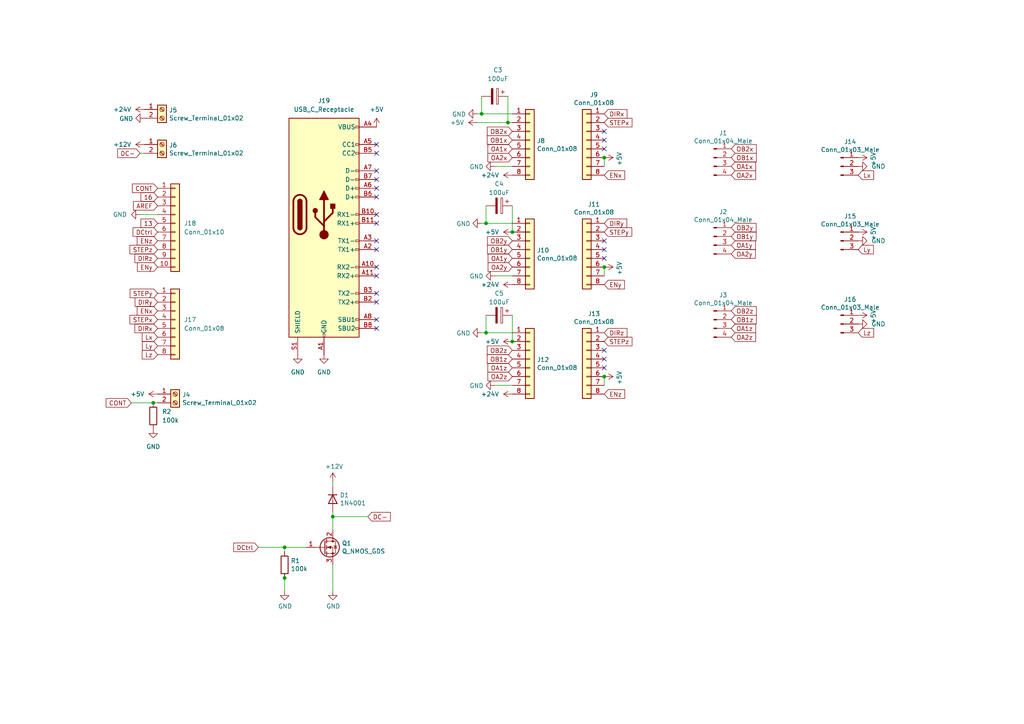
<source format=kicad_sch>
(kicad_sch (version 20211123) (generator eeschema)
  (paper "A4")
  (lib_symbols
    (symbol "Connector:Conn_01x03_Male" (pin_names (offset 1.016) hide)
      (property "Reference" "J" (at 0 5.08 0))
      (property "Value" "Conn_01x03_Male" (at 0 -5.08 0))
      (symbol "Conn_01x03_Male_1_1"
        (polyline (pts (xy 1.27 -2.54) (xy 0.8636 -2.54)) (stroke (width 0.1524)))
        (polyline (pts (xy 1.27 0) (xy 0.8636 0)) (stroke (width 0.1524)))
        (polyline (pts (xy 1.27 2.54) (xy 0.8636 2.54)) (stroke (width 0.1524)))
        (rectangle (start 0.8636 -2.413) (end 0 -2.667) (stroke (width 0.1524)) (fill (type outline)))
        (rectangle (start 0.8636 0.127) (end 0 -0.127) (stroke (width 0.1524)) (fill (type outline)))
        (rectangle (start 0.8636 2.667) (end 0 2.413) (stroke (width 0.1524)) (fill (type outline)))
        (pin passive line (at 5.08 2.54 180) (length 3.81) (name "Pin_1") (number "1"))
        (pin passive line (at 5.08 0 180) (length 3.81) (name "Pin_2") (number "2"))
        (pin passive line (at 5.08 -2.54 180) (length 3.81) (name "Pin_3") (number "3"))
      )
    )
    (symbol "Connector:Conn_01x04_Male" (pin_names (offset 1.016) hide)
      (property "Reference" "J" (at 0 5.08 0))
      (property "Value" "Conn_01x04_Male" (at 0 -7.62 0))
      (symbol "Conn_01x04_Male_1_1"
        (polyline (pts (xy 1.27 -5.08) (xy 0.8636 -5.08)) (stroke (width 0.1524)))
        (polyline (pts (xy 1.27 -2.54) (xy 0.8636 -2.54)) (stroke (width 0.1524)))
        (polyline (pts (xy 1.27 0) (xy 0.8636 0)) (stroke (width 0.1524)))
        (polyline (pts (xy 1.27 2.54) (xy 0.8636 2.54)) (stroke (width 0.1524)))
        (rectangle (start 0.8636 -4.953) (end 0 -5.207) (stroke (width 0.1524)) (fill (type outline)))
        (rectangle (start 0.8636 -2.413) (end 0 -2.667) (stroke (width 0.1524)) (fill (type outline)))
        (rectangle (start 0.8636 0.127) (end 0 -0.127) (stroke (width 0.1524)) (fill (type outline)))
        (rectangle (start 0.8636 2.667) (end 0 2.413) (stroke (width 0.1524)) (fill (type outline)))
        (pin passive line (at 5.08 2.54 180) (length 3.81) (name "Pin_1") (number "1"))
        (pin passive line (at 5.08 0 180) (length 3.81) (name "Pin_2") (number "2"))
        (pin passive line (at 5.08 -2.54 180) (length 3.81) (name "Pin_3") (number "3"))
        (pin passive line (at 5.08 -5.08 180) (length 3.81) (name "Pin_4") (number "4"))
      )
    )
    (symbol "Connector:Screw_Terminal_01x02" (pin_names (offset 1.016) hide)
      (property "Reference" "J" (at 0 2.54 0))
      (property "Value" "Screw_Terminal_01x02" (at 0 -5.08 0))
      (symbol "Screw_Terminal_01x02_1_1"
        (rectangle (start -1.27 1.27) (end 1.27 -3.81) (stroke (width 0.254)) (fill (type background)))
        (circle (center 0 -2.54) (radius 0.635) (stroke (width 0.1524)))
        (polyline (pts (xy -0.5334 -2.2098) (xy 0.3302 -3.048)) (stroke (width 0.1524)))
        (polyline (pts (xy -0.5334 0.3302) (xy 0.3302 -0.508)) (stroke (width 0.1524)))
        (polyline (pts (xy -0.3556 -2.032) (xy 0.508 -2.8702)) (stroke (width 0.1524)))
        (polyline (pts (xy -0.3556 0.508) (xy 0.508 -0.3302)) (stroke (width 0.1524)))
        (circle (center 0 0) (radius 0.635) (stroke (width 0.1524)))
        (pin passive line (at -5.08 0 0) (length 3.81) (name "Pin_1") (number "1"))
        (pin passive line (at -5.08 -2.54 0) (length 3.81) (name "Pin_2") (number "2"))
      )
    )
    (symbol "Connector:USB_C_Receptacle" (pin_names (offset 1.016))
      (property "Reference" "J" (at -10.16 29.21 0))
      (property "Value" "USB_C_Receptacle" (at 10.16 29.21 0))
      (symbol "USB_C_Receptacle_0_0"
        (rectangle (start -0.254 -35.56) (end 0.254 -34.544))
        (rectangle (start 10.16 -32.766) (end 9.144 -33.274))
        (rectangle (start 10.16 -30.226) (end 9.144 -30.734))
        (rectangle (start 10.16 -25.146) (end 9.144 -25.654))
        (rectangle (start 10.16 -22.606) (end 9.144 -23.114))
        (rectangle (start 10.16 -17.526) (end 9.144 -18.034))
        (rectangle (start 10.16 -14.986) (end 9.144 -15.494))
        (rectangle (start 10.16 -9.906) (end 9.144 -10.414))
        (rectangle (start 10.16 -7.366) (end 9.144 -7.874))
        (rectangle (start 10.16 -2.286) (end 9.144 -2.794))
        (rectangle (start 10.16 0.254) (end 9.144 -0.254))
        (rectangle (start 10.16 5.334) (end 9.144 4.826))
        (rectangle (start 10.16 7.874) (end 9.144 7.366))
        (rectangle (start 10.16 10.414) (end 9.144 9.906))
        (rectangle (start 10.16 12.954) (end 9.144 12.446))
        (rectangle (start 10.16 18.034) (end 9.144 17.526))
        (rectangle (start 10.16 20.574) (end 9.144 20.066))
        (rectangle (start 10.16 25.654) (end 9.144 25.146))
      )
      (symbol "USB_C_Receptacle_0_1"
        (rectangle (start -10.16 27.94) (end 10.16 -35.56) (stroke (width 0.254)) (fill (type background)))
        (arc (start -8.89 -3.81) (mid -6.985 -5.715) (end -5.08 -3.81) (stroke (width 0.508)))
        (arc (start -7.62 -3.81) (mid -6.985 -4.445) (end -6.35 -3.81) (stroke (width 0.254)))
        (arc (start -7.62 -3.81) (mid -6.985 -4.445) (end -6.35 -3.81) (stroke (width 0.254)) (fill (type outline)))
        (rectangle (start -7.62 -3.81) (end -6.35 3.81) (stroke (width 0.254)) (fill (type outline)))
        (arc (start -6.35 3.81) (mid -6.985 4.445) (end -7.62 3.81) (stroke (width 0.254)))
        (arc (start -6.35 3.81) (mid -6.985 4.445) (end -7.62 3.81) (stroke (width 0.254)) (fill (type outline)))
        (arc (start -5.08 3.81) (mid -6.985 5.715) (end -8.89 3.81) (stroke (width 0.508)))
        (polyline (pts (xy -8.89 -3.81) (xy -8.89 3.81)) (stroke (width 0.508)))
        (polyline (pts (xy -5.08 3.81) (xy -5.08 -3.81)) (stroke (width 0.508)))
      )
      (symbol "USB_C_Receptacle_1_1"
        (circle (center -2.54 1.143) (radius 0.635) (stroke (width 0.254)) (fill (type outline)))
        (circle (center 0 -5.842) (radius 1.27) (fill (type outline)))
        (polyline (pts (xy 0 -5.842) (xy 0 4.318)) (stroke (width 0.508)))
        (polyline (pts (xy 0 -3.302) (xy -2.54 -0.762) (xy -2.54 0.508)) (stroke (width 0.508)))
        (polyline (pts (xy 0 -2.032) (xy 2.54 0.508) (xy 2.54 1.778)) (stroke (width 0.508)))
        (polyline (pts (xy -1.27 4.318) (xy 0 6.858) (xy 1.27 4.318) (xy -1.27 4.318)) (stroke (width 0.254)) (fill (type outline)))
        (rectangle (start 1.905 1.778) (end 3.175 3.048) (stroke (width 0.254)) (fill (type outline)))
        (pin passive line (at 0 -40.64 90) (length 5.08) (name "GND") (number "A1"))
        (pin bidirectional line (at 15.24 -15.24 180) (length 5.08) (name "RX2-") (number "A10"))
        (pin bidirectional line (at 15.24 -17.78 180) (length 5.08) (name "RX2+") (number "A11"))
        (pin passive line (at 0 -40.64 90) (length 5.08) hide (name "GND") (number "A12"))
        (pin bidirectional line (at 15.24 -10.16 180) (length 5.08) (name "TX1+") (number "A2"))
        (pin bidirectional line (at 15.24 -7.62 180) (length 5.08) (name "TX1-") (number "A3"))
        (pin passive line (at 15.24 25.4 180) (length 5.08) (name "VBUS") (number "A4"))
        (pin bidirectional line (at 15.24 20.32 180) (length 5.08) (name "CC1") (number "A5"))
        (pin bidirectional line (at 15.24 7.62 180) (length 5.08) (name "D+") (number "A6"))
        (pin bidirectional line (at 15.24 12.7 180) (length 5.08) (name "D-") (number "A7"))
        (pin bidirectional line (at 15.24 -30.48 180) (length 5.08) (name "SBU1") (number "A8"))
        (pin passive line (at 15.24 25.4 180) (length 5.08) hide (name "VBUS") (number "A9"))
        (pin passive line (at 0 -40.64 90) (length 5.08) hide (name "GND") (number "B1"))
        (pin bidirectional line (at 15.24 0 180) (length 5.08) (name "RX1-") (number "B10"))
        (pin bidirectional line (at 15.24 -2.54 180) (length 5.08) (name "RX1+") (number "B11"))
        (pin passive line (at 0 -40.64 90) (length 5.08) hide (name "GND") (number "B12"))
        (pin bidirectional line (at 15.24 -25.4 180) (length 5.08) (name "TX2+") (number "B2"))
        (pin bidirectional line (at 15.24 -22.86 180) (length 5.08) (name "TX2-") (number "B3"))
        (pin passive line (at 15.24 25.4 180) (length 5.08) hide (name "VBUS") (number "B4"))
        (pin bidirectional line (at 15.24 17.78 180) (length 5.08) (name "CC2") (number "B5"))
        (pin bidirectional line (at 15.24 5.08 180) (length 5.08) (name "D+") (number "B6"))
        (pin bidirectional line (at 15.24 10.16 180) (length 5.08) (name "D-") (number "B7"))
        (pin bidirectional line (at 15.24 -33.02 180) (length 5.08) (name "SBU2") (number "B8"))
        (pin passive line (at 15.24 25.4 180) (length 5.08) hide (name "VBUS") (number "B9"))
        (pin passive line (at -7.62 -40.64 90) (length 5.08) (name "SHIELD") (number "S1"))
      )
    )
    (symbol "Connector_Generic:Conn_01x08" (pin_names (offset 1.016) hide)
      (property "Reference" "J" (at 0 10.16 0))
      (property "Value" "Conn_01x08" (at 0 -12.7 0))
      (symbol "Conn_01x08_1_1"
        (rectangle (start -1.27 -10.033) (end 0 -10.287) (stroke (width 0.1524)))
        (rectangle (start -1.27 -7.493) (end 0 -7.747) (stroke (width 0.1524)))
        (rectangle (start -1.27 -4.953) (end 0 -5.207) (stroke (width 0.1524)))
        (rectangle (start -1.27 -2.413) (end 0 -2.667) (stroke (width 0.1524)))
        (rectangle (start -1.27 0.127) (end 0 -0.127) (stroke (width 0.1524)))
        (rectangle (start -1.27 2.667) (end 0 2.413) (stroke (width 0.1524)))
        (rectangle (start -1.27 5.207) (end 0 4.953) (stroke (width 0.1524)))
        (rectangle (start -1.27 7.747) (end 0 7.493) (stroke (width 0.1524)))
        (rectangle (start -1.27 8.89) (end 1.27 -11.43) (stroke (width 0.254)) (fill (type background)))
        (pin passive line (at -5.08 7.62 0) (length 3.81) (name "Pin_1") (number "1"))
        (pin passive line (at -5.08 5.08 0) (length 3.81) (name "Pin_2") (number "2"))
        (pin passive line (at -5.08 2.54 0) (length 3.81) (name "Pin_3") (number "3"))
        (pin passive line (at -5.08 0 0) (length 3.81) (name "Pin_4") (number "4"))
        (pin passive line (at -5.08 -2.54 0) (length 3.81) (name "Pin_5") (number "5"))
        (pin passive line (at -5.08 -5.08 0) (length 3.81) (name "Pin_6") (number "6"))
        (pin passive line (at -5.08 -7.62 0) (length 3.81) (name "Pin_7") (number "7"))
        (pin passive line (at -5.08 -10.16 0) (length 3.81) (name "Pin_8") (number "8"))
      )
    )
    (symbol "Connector_Generic:Conn_01x10" (pin_names (offset 1.016) hide)
      (property "Reference" "J" (at 0 12.7 0))
      (property "Value" "Conn_01x10" (at 0 -15.24 0))
      (symbol "Conn_01x10_1_1"
        (rectangle (start -1.27 -12.573) (end 0 -12.827) (stroke (width 0.1524)))
        (rectangle (start -1.27 -10.033) (end 0 -10.287) (stroke (width 0.1524)))
        (rectangle (start -1.27 -7.493) (end 0 -7.747) (stroke (width 0.1524)))
        (rectangle (start -1.27 -4.953) (end 0 -5.207) (stroke (width 0.1524)))
        (rectangle (start -1.27 -2.413) (end 0 -2.667) (stroke (width 0.1524)))
        (rectangle (start -1.27 0.127) (end 0 -0.127) (stroke (width 0.1524)))
        (rectangle (start -1.27 2.667) (end 0 2.413) (stroke (width 0.1524)))
        (rectangle (start -1.27 5.207) (end 0 4.953) (stroke (width 0.1524)))
        (rectangle (start -1.27 7.747) (end 0 7.493) (stroke (width 0.1524)))
        (rectangle (start -1.27 10.287) (end 0 10.033) (stroke (width 0.1524)))
        (rectangle (start -1.27 11.43) (end 1.27 -13.97) (stroke (width 0.254)) (fill (type background)))
        (pin passive line (at -5.08 10.16 0) (length 3.81) (name "Pin_1") (number "1"))
        (pin passive line (at -5.08 -12.7 0) (length 3.81) (name "Pin_10") (number "10"))
        (pin passive line (at -5.08 7.62 0) (length 3.81) (name "Pin_2") (number "2"))
        (pin passive line (at -5.08 5.08 0) (length 3.81) (name "Pin_3") (number "3"))
        (pin passive line (at -5.08 2.54 0) (length 3.81) (name "Pin_4") (number "4"))
        (pin passive line (at -5.08 0 0) (length 3.81) (name "Pin_5") (number "5"))
        (pin passive line (at -5.08 -2.54 0) (length 3.81) (name "Pin_6") (number "6"))
        (pin passive line (at -5.08 -5.08 0) (length 3.81) (name "Pin_7") (number "7"))
        (pin passive line (at -5.08 -7.62 0) (length 3.81) (name "Pin_8") (number "8"))
        (pin passive line (at -5.08 -10.16 0) (length 3.81) (name "Pin_9") (number "9"))
      )
    )
    (symbol "Device:C_Polarized" (pin_numbers hide) (pin_names (offset 0.254))
      (property "Reference" "C" (at 0.635 2.54 0))
      (property "Value" "C_Polarized" (at 0.635 -2.54 0))
      (symbol "C_Polarized_0_1"
        (rectangle (start -2.286 0.508) (end 2.286 1.016))
        (polyline (pts (xy -1.778 2.286) (xy -0.762 2.286)))
        (polyline (pts (xy -1.27 2.794) (xy -1.27 1.778)))
        (rectangle (start 2.286 -0.508) (end -2.286 -1.016) (fill (type outline)))
      )
      (symbol "C_Polarized_1_1"
        (pin passive line (at 0 3.81 270) (length 2.794) (name "~") (number "1"))
        (pin passive line (at 0 -3.81 90) (length 2.794) (name "~") (number "2"))
      )
    )
    (symbol "Device:Q_NMOS_GDS" (pin_names (offset 0) hide)
      (property "Reference" "Q" (at 5.08 1.27 0))
      (property "Value" "Q_NMOS_GDS" (at 5.08 -1.27 0))
      (symbol "Q_NMOS_GDS_0_1"
        (polyline (pts (xy 0.254 0) (xy -2.54 0)))
        (polyline (pts (xy 0.254 1.905) (xy 0.254 -1.905)) (stroke (width 0.254)))
        (polyline (pts (xy 0.762 -1.27) (xy 0.762 -2.286)) (stroke (width 0.254)))
        (polyline (pts (xy 0.762 0.508) (xy 0.762 -0.508)) (stroke (width 0.254)))
        (polyline (pts (xy 0.762 2.286) (xy 0.762 1.27)) (stroke (width 0.254)))
        (polyline (pts (xy 2.54 2.54) (xy 2.54 1.778)))
        (polyline (pts (xy 2.54 -2.54) (xy 2.54 0) (xy 0.762 0)))
        (polyline (pts (xy 0.762 -1.778) (xy 3.302 -1.778) (xy 3.302 1.778) (xy 0.762 1.778)))
        (polyline (pts (xy 1.016 0) (xy 2.032 0.381) (xy 2.032 -0.381) (xy 1.016 0)) (fill (type outline)))
        (polyline (pts (xy 2.794 0.508) (xy 2.921 0.381) (xy 3.683 0.381) (xy 3.81 0.254)))
        (polyline (pts (xy 3.302 0.381) (xy 2.921 -0.254) (xy 3.683 -0.254) (xy 3.302 0.381)))
        (circle (center 1.651 0) (radius 2.794) (stroke (width 0.254)))
        (circle (center 2.54 -1.778) (radius 0.254) (fill (type outline)))
        (circle (center 2.54 1.778) (radius 0.254) (fill (type outline)))
      )
      (symbol "Q_NMOS_GDS_1_1"
        (pin input line (at -5.08 0 0) (length 2.54) (name "G") (number "1"))
        (pin passive line (at 2.54 5.08 270) (length 2.54) (name "D") (number "2"))
        (pin passive line (at 2.54 -5.08 90) (length 2.54) (name "S") (number "3"))
      )
    )
    (symbol "Device:R" (pin_numbers hide) (pin_names (offset 0))
      (property "Reference" "R" (at 2.032 0 90))
      (property "Value" "R" (at 0 0 90))
      (symbol "R_0_1"
        (rectangle (start -1.016 -2.54) (end 1.016 2.54) (stroke (width 0.254)))
      )
      (symbol "R_1_1"
        (pin passive line (at 0 3.81 270) (length 1.27) (name "~") (number "1"))
        (pin passive line (at 0 -3.81 90) (length 1.27) (name "~") (number "2"))
      )
    )
    (symbol "Diode:1N4001" (pin_numbers hide) (pin_names (offset 1.016) hide)
      (property "Reference" "D" (at 0 2.54 0))
      (property "Value" "1N4001" (at 0 -2.54 0))
      (symbol "1N4001_0_1"
        (polyline (pts (xy -1.27 1.27) (xy -1.27 -1.27)) (stroke (width 0.254)))
        (polyline (pts (xy 1.27 0) (xy -1.27 0)))
        (polyline (pts (xy 1.27 1.27) (xy 1.27 -1.27) (xy -1.27 0) (xy 1.27 1.27)) (stroke (width 0.254)))
      )
      (symbol "1N4001_1_1"
        (pin passive line (at -3.81 0 0) (length 2.54) (name "K") (number "1"))
        (pin passive line (at 3.81 0 180) (length 2.54) (name "A") (number "2"))
      )
    )
    (symbol "power:+12V" (power) (pin_names (offset 0))
      (property "Value" "+12V" (at 0 3.556 0))
      (symbol "+12V_0_1"
        (polyline (pts (xy -0.762 1.27) (xy 0 2.54)))
        (polyline (pts (xy 0 0) (xy 0 2.54)))
        (polyline (pts (xy 0 2.54) (xy 0.762 1.27)))
      )
      (symbol "+12V_1_1"
        (pin power_in line (at 0 0 90) (length 0) hide (name "+12V") (number "1"))
      )
    )
    (symbol "power:+24V" (power) (pin_names (offset 0))
      (property "Value" "+24V" (at 0 3.556 0))
      (symbol "+24V_0_1"
        (polyline (pts (xy -0.762 1.27) (xy 0 2.54)))
        (polyline (pts (xy 0 0) (xy 0 2.54)))
        (polyline (pts (xy 0 2.54) (xy 0.762 1.27)))
      )
      (symbol "+24V_1_1"
        (pin power_in line (at 0 0 90) (length 0) hide (name "+24V") (number "1"))
      )
    )
    (symbol "power:+5V" (power) (pin_names (offset 0))
      (property "Value" "+5V" (at 0 3.556 0))
      (symbol "+5V_0_1"
        (polyline (pts (xy -0.762 1.27) (xy 0 2.54)))
        (polyline (pts (xy 0 0) (xy 0 2.54)))
        (polyline (pts (xy 0 2.54) (xy 0.762 1.27)))
      )
      (symbol "+5V_1_1"
        (pin power_in line (at 0 0 90) (length 0) hide (name "+5V") (number "1"))
      )
    )
    (symbol "power:GND" (power) (pin_names (offset 0))
      (property "Value" "GND" (at 0 -3.81 0))
      (symbol "GND_0_1"
        (polyline (pts (xy 0 0) (xy 0 -1.27) (xy 1.27 -1.27) (xy 0 -2.54) (xy -1.27 -1.27) (xy 0 -1.27)))
      )
      (symbol "GND_1_1"
        (pin power_in line (at 0 0 270) (length 0) hide (name "GND") (number "1"))
      )
    )
  )
  (junction (at 175.26 45.72))
  (junction (at 148.59 99.06))
  (junction (at 96.52 149.86))
  (junction (at 82.55 158.75))
  (junction (at 175.26 77.47))
  (junction (at 148.59 67.31))
  (junction (at 140.97 64.77))
  (junction (at 140.97 96.52))
  (junction (at 44.45 116.84))
  (junction (at 147.32 35.56))
  (junction (at 175.26 109.22))
  (junction (at 82.55 167.64))
  (junction (at 139.7 33.02))
  (no_connect (at 175.26 101.6))
  (no_connect (at 175.26 104.14))
  (no_connect (at 175.26 106.68))
  (no_connect (at 175.26 38.1))
  (no_connect (at 175.26 40.64))
  (no_connect (at 175.26 43.18))
  (no_connect (at 175.26 69.85))
  (no_connect (at 175.26 72.39))
  (no_connect (at 175.26 74.93))
  (no_connect (at 109.22 62.23))
  (no_connect (at 109.22 57.15))
  (no_connect (at 109.22 95.25))
  (no_connect (at 109.22 92.71))
  (no_connect (at 109.22 87.63))
  (no_connect (at 109.22 85.09))
  (no_connect (at 109.22 41.91))
  (no_connect (at 109.22 80.01))
  (no_connect (at 109.22 77.47))
  (no_connect (at 109.22 72.39))
  (no_connect (at 109.22 69.85))
  (no_connect (at 109.22 64.77))
  (no_connect (at 109.22 54.61))
  (no_connect (at 109.22 52.07))
  (no_connect (at 109.22 49.53))
  (no_connect (at 109.22 44.45))
  (wire (pts (xy 138.43 33.02) (xy 139.7 33.02)))
  (wire (pts (xy 148.59 59.69) (xy 148.59 67.31)))
  (wire (pts (xy 139.7 96.52) (xy 140.97 96.52)))
  (wire (pts (xy 148.59 48.26) (xy 143.51 48.26)))
  (wire (pts (xy 139.7 27.94) (xy 139.7 33.02)))
  (wire (pts (xy 96.52 140.97) (xy 96.52 139.7)))
  (wire (pts (xy 38.1 116.84) (xy 44.45 116.84)))
  (wire (pts (xy 88.9 158.75) (xy 82.55 158.75)))
  (wire (pts (xy 175.26 109.22) (xy 175.26 111.76)))
  (wire (pts (xy 82.55 160.02) (xy 82.55 158.75)))
  (wire (pts (xy 138.43 35.56) (xy 147.32 35.56)))
  (wire (pts (xy 106.68 149.86) (xy 96.52 149.86)))
  (wire (pts (xy 148.59 91.44) (xy 148.59 99.06)))
  (wire (pts (xy 140.97 59.69) (xy 140.97 64.77)))
  (wire (pts (xy 140.97 64.77) (xy 148.59 64.77)))
  (wire (pts (xy 45.72 116.84) (xy 44.45 116.84)))
  (wire (pts (xy 74.93 158.75) (xy 82.55 158.75)))
  (wire (pts (xy 140.97 96.52) (xy 148.59 96.52)))
  (wire (pts (xy 147.32 27.94) (xy 147.32 35.56)))
  (wire (pts (xy 140.97 91.44) (xy 140.97 96.52)))
  (wire (pts (xy 139.7 64.77) (xy 140.97 64.77)))
  (wire (pts (xy 148.59 80.01) (xy 143.51 80.01)))
  (wire (pts (xy 82.55 167.64) (xy 82.55 171.45)))
  (wire (pts (xy 40.64 62.23) (xy 45.72 62.23)))
  (wire (pts (xy 139.7 33.02) (xy 148.59 33.02)))
  (wire (pts (xy 147.32 35.56) (xy 148.59 35.56)))
  (wire (pts (xy 96.52 149.86) (xy 96.52 148.59)))
  (wire (pts (xy 41.91 44.45) (xy 40.64 44.45)))
  (wire (pts (xy 82.55 166.37) (xy 82.55 167.64)))
  (wire (pts (xy 175.26 45.72) (xy 175.26 48.26)))
  (wire (pts (xy 148.59 111.76) (xy 143.51 111.76)))
  (wire (pts (xy 175.26 77.47) (xy 175.26 80.01)))
  (wire (pts (xy 96.52 153.67) (xy 96.52 149.86)))
  (wire (pts (xy 96.52 171.45) (xy 96.52 163.83)))
  (global_label "OB1z" (shape input) (at 148.59 104.14 180) (property "Intersheet References" "${INTERSHEET_REFS}" (effects hide)))
  (global_label "CONT" (shape input) (at 38.1 116.84 180) (property "Intersheet References" "${INTERSHEET_REFS}" (effects hide)))
  (global_label "16" (shape input) (at 45.72 57.15 180) (property "Intersheet References" "${INTERSHEET_REFS}" (effects hide)))
  (global_label "Lx" (shape input) (at 45.72 97.79 180) (property "Intersheet References" "${INTERSHEET_REFS}" (effects hide)))
  (global_label "Lz" (shape input) (at 248.92 96.52 0) (property "Intersheet References" "${INTERSHEET_REFS}" (effects hide)))
  (global_label "OA2x" (shape input) (at 212.09 50.8 0) (property "Intersheet References" "${INTERSHEET_REFS}" (effects hide)))
  (global_label "OB2x" (shape input) (at 148.59 38.1 180) (property "Intersheet References" "${INTERSHEET_REFS}" (effects hide)))
  (global_label "DIRx" (shape input) (at 45.72 95.25 180) (property "Intersheet References" "${INTERSHEET_REFS}" (effects hide)))
  (global_label "ENx" (shape input) (at 175.26 50.8 0) (property "Intersheet References" "${INTERSHEET_REFS}" (effects hide)))
  (global_label "OB2x" (shape input) (at 212.09 43.18 0) (property "Intersheet References" "${INTERSHEET_REFS}" (effects hide)))
  (global_label "OB2y" (shape input) (at 148.59 69.85 180) (property "Intersheet References" "${INTERSHEET_REFS}" (effects hide)))
  (global_label "OA1z" (shape input) (at 148.59 106.68 180) (property "Intersheet References" "${INTERSHEET_REFS}" (effects hide)))
  (global_label "DIRy" (shape input) (at 175.26 64.77 0) (property "Intersheet References" "${INTERSHEET_REFS}" (effects hide)))
  (global_label "OB2z" (shape input) (at 148.59 101.6 180) (property "Intersheet References" "${INTERSHEET_REFS}" (effects hide)))
  (global_label "OA2z" (shape input) (at 212.09 97.79 0) (property "Intersheet References" "${INTERSHEET_REFS}" (effects hide)))
  (global_label "STEPz" (shape input) (at 175.26 99.06 0) (property "Intersheet References" "${INTERSHEET_REFS}" (effects hide)))
  (global_label "OB2y" (shape input) (at 212.09 66.04 0) (property "Intersheet References" "${INTERSHEET_REFS}" (effects hide)))
  (global_label "STEPy" (shape input) (at 45.72 85.09 180) (property "Intersheet References" "${INTERSHEET_REFS}" (effects hide)))
  (global_label "Lx" (shape input) (at 248.92 50.8 0) (property "Intersheet References" "${INTERSHEET_REFS}" (effects hide)))
  (global_label "OB1y" (shape input) (at 148.59 72.39 180) (property "Intersheet References" "${INTERSHEET_REFS}" (effects hide)))
  (global_label "OB2z" (shape input) (at 212.09 90.17 0) (property "Intersheet References" "${INTERSHEET_REFS}" (effects hide)))
  (global_label "OA2y" (shape input) (at 148.59 77.47 180) (property "Intersheet References" "${INTERSHEET_REFS}" (effects hide)))
  (global_label "DIRz" (shape input) (at 45.72 74.93 180) (property "Intersheet References" "${INTERSHEET_REFS}" (effects hide)))
  (global_label "DCtrl" (shape input) (at 45.72 67.31 180) (property "Intersheet References" "${INTERSHEET_REFS}" (effects hide)))
  (global_label "AREF" (shape input) (at 45.72 59.69 180) (property "Intersheet References" "${INTERSHEET_REFS}" (effects hide)))
  (global_label "ENx" (shape input) (at 45.72 90.17 180) (property "Intersheet References" "${INTERSHEET_REFS}" (effects hide)))
  (global_label "CONT" (shape input) (at 45.72 54.61 180) (property "Intersheet References" "${INTERSHEET_REFS}" (effects hide)))
  (global_label "STEPx" (shape input) (at 175.26 35.56 0) (property "Intersheet References" "${INTERSHEET_REFS}" (effects hide)))
  (global_label "OA2z" (shape input) (at 148.59 109.22 180) (property "Intersheet References" "${INTERSHEET_REFS}" (effects hide)))
  (global_label "ENz" (shape input) (at 175.26 114.3 0) (property "Intersheet References" "${INTERSHEET_REFS}" (effects hide)))
  (global_label "OA2x" (shape input) (at 148.59 45.72 180) (property "Intersheet References" "${INTERSHEET_REFS}" (effects hide)))
  (global_label "OA2y" (shape input) (at 212.09 73.66 0) (property "Intersheet References" "${INTERSHEET_REFS}" (effects hide)))
  (global_label "ENy" (shape input) (at 45.72 77.47 180) (property "Intersheet References" "${INTERSHEET_REFS}" (effects hide)))
  (global_label "DC-" (shape input) (at 106.68 149.86 0) (property "Intersheet References" "${INTERSHEET_REFS}" (effects hide)))
  (global_label "STEPx" (shape input) (at 45.72 92.71 180) (property "Intersheet References" "${INTERSHEET_REFS}" (effects hide)))
  (global_label "Ly" (shape input) (at 45.72 100.33 180) (property "Intersheet References" "${INTERSHEET_REFS}" (effects hide)))
  (global_label "OA1z" (shape input) (at 212.09 95.25 0) (property "Intersheet References" "${INTERSHEET_REFS}" (effects hide)))
  (global_label "OA1x" (shape input) (at 148.59 43.18 180) (property "Intersheet References" "${INTERSHEET_REFS}" (effects hide)))
  (global_label "DIRx" (shape input) (at 175.26 33.02 0) (property "Intersheet References" "${INTERSHEET_REFS}" (effects hide)))
  (global_label "OA1y" (shape input) (at 212.09 71.12 0) (property "Intersheet References" "${INTERSHEET_REFS}" (effects hide)))
  (global_label "ENz" (shape input) (at 45.72 69.85 180) (property "Intersheet References" "${INTERSHEET_REFS}" (effects hide)))
  (global_label "Lz" (shape input) (at 45.72 102.87 180) (property "Intersheet References" "${INTERSHEET_REFS}" (effects hide)))
  (global_label "STEPz" (shape input) (at 45.72 72.39 180) (property "Intersheet References" "${INTERSHEET_REFS}" (effects hide)))
  (global_label "OA1x" (shape input) (at 212.09 48.26 0) (property "Intersheet References" "${INTERSHEET_REFS}" (effects hide)))
  (global_label "ENy" (shape input) (at 175.26 82.55 0) (property "Intersheet References" "${INTERSHEET_REFS}" (effects hide)))
  (global_label "DIRz" (shape input) (at 175.26 96.52 0) (property "Intersheet References" "${INTERSHEET_REFS}" (effects hide)))
  (global_label "OB1x" (shape input) (at 212.09 45.72 0) (property "Intersheet References" "${INTERSHEET_REFS}" (effects hide)))
  (global_label "DC-" (shape input) (at 40.64 44.45 180) (property "Intersheet References" "${INTERSHEET_REFS}" (effects hide)))
  (global_label "OB1x" (shape input) (at 148.59 40.64 180) (property "Intersheet References" "${INTERSHEET_REFS}" (effects hide)))
  (global_label "OA1y" (shape input) (at 148.59 74.93 180) (property "Intersheet References" "${INTERSHEET_REFS}" (effects hide)))
  (global_label "13" (shape input) (at 45.72 64.77 180) (property "Intersheet References" "${INTERSHEET_REFS}" (effects hide)))
  (global_label "DIRy" (shape input) (at 45.72 87.63 180) (property "Intersheet References" "${INTERSHEET_REFS}" (effects hide)))
  (global_label "Ly" (shape input) (at 248.92 72.39 0) (property "Intersheet References" "${INTERSHEET_REFS}" (effects hide)))
  (global_label "OB1y" (shape input) (at 212.09 68.58 0) (property "Intersheet References" "${INTERSHEET_REFS}" (effects hide)))
  (global_label "STEPy" (shape input) (at 175.26 67.31 0) (property "Intersheet References" "${INTERSHEET_REFS}" (effects hide)))
  (global_label "DCtrl" (shape input) (at 74.93 158.75 180) (property "Intersheet References" "${INTERSHEET_REFS}" (effects hide)))
  (global_label "OB1z" (shape input) (at 212.09 92.71 0) (property "Intersheet References" "${INTERSHEET_REFS}" (effects hide)))
  (symbol (lib_id "Connector:Conn_01x04_Male") (at 207.01 45.72 0) (unit 1)
    (property "Reference" "J1" (at 209.7532 38.5826 0))
    (property "Value" "Conn_01x04_Male" (at 209.7532 40.894 0))
    (property "Footprint" "Connector_JST:JST_XH_B4B-XH-A_1x04_P2.50mm_Vertical" (effects hide))
  )
  (symbol (lib_id "Connector:Conn_01x04_Male") (at 207.01 68.58 0) (unit 1)
    (property "Reference" "J2" (at 209.7532 61.4426 0))
    (property "Value" "Conn_01x04_Male" (at 209.7532 63.754 0))
    (property "Footprint" "Connector_JST:JST_XH_B4B-XH-A_1x04_P2.50mm_Vertical" (effects hide))
  )
  (symbol (lib_id "Connector:Conn_01x04_Male") (at 207.01 92.71 0) (unit 1)
    (property "Reference" "J3" (at 209.7532 85.5726 0))
    (property "Value" "Conn_01x04_Male" (at 209.7532 87.884 0))
    (property "Footprint" "Connector_JST:JST_XH_B4B-XH-A_1x04_P2.50mm_Vertical" (effects hide))
  )
  (symbol (lib_id "Connector:Conn_01x03_Male") (at 243.84 48.26 0) (unit 1)
    (property "Reference" "J14" (at 246.5832 41.1226 0))
    (property "Value" "Conn_01x03_Male" (at 246.5832 43.434 0))
    (property "Footprint" "Connector_JST:JST_XH_B3B-XH-A_1x03_P2.50mm_Vertical" (effects hide))
  )
  (symbol (lib_id "Connector:Conn_01x03_Male") (at 243.84 69.85 0) (unit 1)
    (property "Reference" "J15" (at 246.5832 62.7126 0))
    (property "Value" "Conn_01x03_Male" (at 246.5832 65.024 0))
    (property "Footprint" "Connector_JST:JST_XH_B3B-XH-A_1x03_P2.50mm_Vertical" (effects hide))
  )
  (symbol (lib_id "Connector:Conn_01x03_Male") (at 243.84 93.98 0) (unit 1)
    (property "Reference" "J16" (at 246.5832 86.8426 0))
    (property "Value" "Conn_01x03_Male" (at 246.5832 89.154 0))
    (property "Footprint" "Connector_JST:JST_XH_B3B-XH-A_1x03_P2.50mm_Vertical" (effects hide))
  )
  (symbol (lib_id "Device:Q_NMOS_GDS") (at 93.98 158.75 0) (unit 1)
    (property "Reference" "Q1" (at 99.1616 157.5816 0) (effects (justify left)))
    (property "Value" "Q_NMOS_GDS" (at 99.1616 159.893 0) (effects (justify left)))
    (property "Footprint" "Package_TO_SOT_THT:TO-220-3_Vertical" (effects hide))
  )
  (symbol (lib_id "Diode:1N4001") (at 96.52 144.78 270) (unit 1)
    (property "Reference" "D1" (at 98.552 143.6116 90) (effects (justify left)))
    (property "Value" "1N4001" (at 98.552 145.923 90) (effects (justify left)))
    (property "Footprint" "Diode_THT:D_DO-41_SOD81_P10.16mm_Horizontal" (effects hide))
    (property "Datasheet" "http://www.vishay.com/docs/88503/1n4001.pdf" (effects hide))
  )
  (symbol (lib_id "Device:R") (at 82.55 163.83 0) (unit 1)
    (property "Reference" "R1" (at 84.328 162.6616 0) (effects (justify left)))
    (property "Value" "100k" (at 84.328 164.973 0) (effects (justify left)))
    (property "Footprint" "Resistor_THT:R_Axial_DIN0207_L6.3mm_D2.5mm_P10.16mm_Horizontal" (effects hide))
  )
  (symbol (lib_id "power:GND") (at 82.55 171.45 0) (unit 1)
    (property "Reference" "#PWR0121" (effects hide))
    (property "Value" "GND" (at 82.677 175.8442 0))
  )
  (symbol (lib_id "power:GND") (at 96.52 171.45 0) (unit 1)
    (property "Reference" "#PWR0122" (effects hide))
    (property "Value" "GND" (at 96.647 175.8442 0))
  )
  (symbol (lib_id "power:+12V") (at 96.52 139.7 0) (unit 1)
    (property "Reference" "#PWR0123" (effects hide))
    (property "Value" "+12V" (at 96.901 135.3058 0))
  )
  (symbol (lib_id "Connector:Screw_Terminal_01x02") (at 46.99 31.75 0) (unit 1)
    (property "Reference" "J5" (at 49.022 31.9532 0) (effects (justify left)))
    (property "Value" "Screw_Terminal_01x02" (at 49.022 34.2646 0) (effects (justify left)))
    (property "Footprint" "CNC_interface:TerminalBlock_Phoenix_MKDSP-1,5-2-5.08_1x02_P5.08mm" (effects hide))
  )
  (symbol (lib_id "Connector:Screw_Terminal_01x02") (at 46.99 41.91 0) (unit 1)
    (property "Reference" "J6" (at 49.022 42.1132 0) (effects (justify left)))
    (property "Value" "Screw_Terminal_01x02" (at 49.022 44.4246 0) (effects (justify left)))
    (property "Footprint" "CNC_interface:TerminalBlock_Phoenix_MKDSP-1,5-2-5.08_1x02_P5.08mm" (effects hide))
  )
  (symbol (lib_id "power:GND") (at 41.91 34.29 270) (unit 1)
    (property "Reference" "#PWR0101" (effects hide))
    (property "Value" "GND" (at 38.6588 34.417 90) (effects (justify right)))
  )
  (symbol (lib_id "Connector_Generic:Conn_01x08") (at 153.67 40.64 0) (unit 1)
    (property "Reference" "J8" (at 155.702 40.8432 0) (effects (justify left)))
    (property "Value" "Conn_01x08" (at 155.702 43.1546 0) (effects (justify left)))
    (property "Footprint" "Connector_PinSocket_2.54mm:PinSocket_1x08_P2.54mm_Vertical" (effects hide))
  )
  (symbol (lib_id "Connector_Generic:Conn_01x08") (at 170.18 40.64 0) (mirror y) (unit 1)
    (property "Reference" "J9" (at 172.2628 27.5082 0))
    (property "Value" "Conn_01x08" (at 172.2628 29.8196 0))
    (property "Footprint" "Connector_PinSocket_2.54mm:PinSocket_1x08_P2.54mm_Vertical" (effects hide))
  )
  (symbol (lib_id "Connector_Generic:Conn_01x08") (at 153.67 72.39 0) (unit 1)
    (property "Reference" "J10" (at 155.702 72.5932 0) (effects (justify left)))
    (property "Value" "Conn_01x08" (at 155.702 74.9046 0) (effects (justify left)))
    (property "Footprint" "Connector_PinSocket_2.54mm:PinSocket_1x08_P2.54mm_Vertical" (effects hide))
  )
  (symbol (lib_id "Connector_Generic:Conn_01x08") (at 170.18 72.39 0) (mirror y) (unit 1)
    (property "Reference" "J11" (at 172.2628 59.2582 0))
    (property "Value" "Conn_01x08" (at 172.2628 61.5696 0))
    (property "Footprint" "Connector_PinSocket_2.54mm:PinSocket_1x08_P2.54mm_Vertical" (effects hide))
  )
  (symbol (lib_id "Connector_Generic:Conn_01x08") (at 153.67 104.14 0) (unit 1)
    (property "Reference" "J12" (at 155.702 104.3432 0) (effects (justify left)))
    (property "Value" "Conn_01x08" (at 155.702 106.6546 0) (effects (justify left)))
    (property "Footprint" "Connector_PinSocket_2.54mm:PinSocket_1x08_P2.54mm_Vertical" (effects hide))
  )
  (symbol (lib_id "Connector_Generic:Conn_01x08") (at 170.18 104.14 0) (mirror y) (unit 1)
    (property "Reference" "J13" (at 172.2628 91.0082 0))
    (property "Value" "Conn_01x08" (at 172.2628 93.3196 0))
    (property "Footprint" "Connector_PinSocket_2.54mm:PinSocket_1x08_P2.54mm_Vertical" (effects hide))
  )
  (symbol (lib_id "power:GND") (at 138.43 33.02 270) (unit 1)
    (property "Reference" "#PWR0103" (effects hide))
    (property "Value" "GND" (at 135.1788 33.147 90) (effects (justify right)))
  )
  (symbol (lib_id "power:GND") (at 143.51 48.26 270) (unit 1)
    (property "Reference" "#PWR0104" (effects hide))
    (property "Value" "GND" (at 140.2588 48.387 90) (effects (justify right)))
  )
  (symbol (lib_id "power:GND") (at 143.51 80.01 270) (unit 1)
    (property "Reference" "#PWR0106" (effects hide))
    (property "Value" "GND" (at 140.2588 80.137 90) (effects (justify right)))
  )
  (symbol (lib_id "power:GND") (at 143.51 111.76 270) (unit 1)
    (property "Reference" "#PWR0108" (effects hide))
    (property "Value" "GND" (at 140.2588 111.887 90) (effects (justify right)))
  )
  (symbol (lib_id "power:GND") (at 248.92 48.26 90) (unit 1)
    (property "Reference" "#PWR0113" (effects hide))
    (property "Value" "GND" (at 252.73 48.2599 90) (effects (justify right)))
  )
  (symbol (lib_id "power:+5V") (at 175.26 109.22 270) (unit 1)
    (property "Reference" "#PWR0145" (effects hide))
    (property "Value" "+5V" (at 179.6542 109.601 0))
  )
  (symbol (lib_id "power:GND") (at 248.92 93.98 90) (unit 1)
    (property "Reference" "#PWR0110" (effects hide))
    (property "Value" "GND" (at 252.73 93.9799 90) (effects (justify right)))
  )
  (symbol (lib_id "power:+12V") (at 41.91 41.91 90) (unit 1)
    (property "Reference" "#PWR0119" (effects hide))
    (property "Value" "+12V" (at 38.1 41.9099 90) (effects (justify left)))
  )
  (symbol (lib_id "power:+24V") (at 148.59 82.55 90) (unit 1)
    (property "Reference" "#PWR0132" (effects hide))
    (property "Value" "+24V" (at 144.78 82.5499 90) (effects (justify left)))
  )
  (symbol (lib_id "power:GND") (at 139.7 96.52 270) (unit 1)
    (property "Reference" "#PWR0124" (effects hide))
    (property "Value" "GND" (at 136.4488 96.647 90) (effects (justify right)))
  )
  (symbol (lib_id "power:+5V") (at 248.92 45.72 270) (unit 1)
    (property "Reference" "#PWR0112" (effects hide))
    (property "Value" "+5V" (at 253.3142 46.101 0))
  )
  (symbol (lib_id "power:+24V") (at 148.59 50.8 90) (unit 1)
    (property "Reference" "#PWR0136" (effects hide))
    (property "Value" "+24V" (at 144.78 50.7999 90) (effects (justify left)))
  )
  (symbol (lib_id "power:GND") (at 248.92 69.85 90) (unit 1)
    (property "Reference" "#PWR0114" (effects hide))
    (property "Value" "GND" (at 252.73 69.8499 90) (effects (justify right)))
  )
  (symbol (lib_id "Connector_Generic:Conn_01x08") (at 50.8 92.71 0) (unit 1)
    (property "Reference" "J17" (at 53.34 92.7099 0) (effects (justify left)))
    (property "Value" "Conn_01x08" (at 53.34 95.2499 0) (effects (justify left)))
    (property "Footprint" "Connector_PinSocket_2.54mm:PinSocket_1x08_P2.54mm_Horizontal" (effects hide))
  )
  (symbol (lib_id "power:GND") (at 40.64 62.23 270) (unit 1)
    (property "Reference" "#PWR0109" (effects hide))
    (property "Value" "GND" (at 36.83 62.2299 90) (effects (justify right)))
  )
  (symbol (lib_id "power:+5V") (at 175.26 77.47 270) (unit 1)
    (property "Reference" "#PWR0107" (effects hide))
    (property "Value" "+5V" (at 179.6542 77.851 0))
  )
  (symbol (lib_id "Device:C_Polarized") (at 144.78 59.69 270) (unit 1)
    (property "Reference" "C4" (at 144.78 53.34 90))
    (property "Value" "100uF" (at 144.78 55.88 90))
    (property "Footprint" "Capacitor_THT:CP_Radial_D6.3mm_P2.50mm" (effects hide))
  )
  (symbol (lib_id "power:+24V") (at 41.91 31.75 90) (unit 1)
    (property "Reference" "#PWR0120" (effects hide))
    (property "Value" "+24V" (at 38.1 31.7499 90) (effects (justify left)))
  )
  (symbol (lib_id "power:GND") (at 139.7 64.77 270) (unit 1)
    (property "Reference" "#PWR0102" (effects hide))
    (property "Value" "GND" (at 136.4488 64.897 90) (effects (justify right)))
  )
  (symbol (lib_id "power:GND") (at 44.45 124.46 0) (unit 1)
    (property "Reference" "#PWR0147" (effects hide))
    (property "Value" "GND" (at 44.45 129.54 0))
  )
  (symbol (lib_id "Connector_Generic:Conn_01x10") (at 50.8 64.77 0) (unit 1)
    (property "Reference" "J18" (at 53.34 64.7699 0) (effects (justify left)))
    (property "Value" "Conn_01x10" (at 53.34 67.3099 0) (effects (justify left)))
    (property "Footprint" "Connector_PinSocket_2.54mm:PinSocket_1x10_P2.54mm_Horizontal" (effects hide))
  )
  (symbol (lib_id "Device:C_Polarized") (at 143.51 27.94 270) (unit 1)
    (property "Reference" "C3" (at 144.399 20.32 90))
    (property "Value" "100uF" (at 144.399 22.86 90))
    (property "Footprint" "Capacitor_THT:CP_Radial_D6.3mm_P2.50mm" (effects hide))
  )
  (symbol (lib_id "power:+5V") (at 148.59 67.31 90) (unit 1)
    (property "Reference" "#PWR0134" (effects hide))
    (property "Value" "+5V" (at 144.78 67.3099 90) (effects (justify left)))
  )
  (symbol (lib_id "power:GND") (at 86.36 102.87 0) (unit 1)
    (property "Reference" "#PWR0118" (effects hide))
    (property "Value" "GND" (at 86.36 107.95 0))
  )
  (symbol (lib_id "Connector:USB_C_Receptacle") (at 93.98 62.23 0) (unit 1)
    (property "Reference" "J19" (at 93.98 29.21 0))
    (property "Value" "USB_C_Receptacle" (at 93.98 31.75 0))
    (property "Footprint" "Connector_USB:USB_C_Receptacle_Amphenol_12401548E4-2A_CircularHoles" (effects hide))
    (property "Datasheet" "https://www.usb.org/sites/default/files/documents/usb_type-c.zip" (effects hide))
  )
  (symbol (lib_id "power:+24V") (at 148.59 114.3 90) (unit 1)
    (property "Reference" "#PWR0133" (effects hide))
    (property "Value" "+24V" (at 144.78 114.2999 90) (effects (justify left)))
  )
  (symbol (lib_id "power:+5V") (at 248.92 91.44 270) (unit 1)
    (property "Reference" "#PWR0111" (effects hide))
    (property "Value" "+5V" (at 253.3142 91.821 0))
  )
  (symbol (lib_id "power:+5V") (at 148.59 99.06 90) (unit 1)
    (property "Reference" "#PWR0135" (effects hide))
    (property "Value" "+5V" (at 144.78 99.0599 90) (effects (justify left)))
  )
  (symbol (lib_id "power:GND") (at 93.98 102.87 0) (unit 1)
    (property "Reference" "#PWR0117" (effects hide))
    (property "Value" "GND" (at 93.98 107.95 0))
  )
  (symbol (lib_id "power:+5V") (at 109.22 36.83 0) (unit 1)
    (property "Reference" "#PWR0116" (effects hide))
    (property "Value" "+5V" (at 109.22 31.75 0))
  )
  (symbol (lib_id "power:+5V") (at 248.92 67.31 270) (unit 1)
    (property "Reference" "#PWR0115" (effects hide))
    (property "Value" "+5V" (at 253.3142 67.691 0))
  )
  (symbol (lib_id "power:+5V") (at 175.26 45.72 270) (unit 1)
    (property "Reference" "#PWR0105" (effects hide))
    (property "Value" "+5V" (at 179.6542 46.101 0))
  )
  (symbol (lib_id "Device:C_Polarized") (at 144.78 91.44 270) (unit 1)
    (property "Reference" "C5" (at 144.78 85.09 90))
    (property "Value" "100uF" (at 144.78 87.63 90))
    (property "Footprint" "Capacitor_THT:CP_Radial_D6.3mm_P2.50mm" (effects hide))
  )
  (symbol (lib_id "power:+5V") (at 138.43 35.56 90) (unit 1)
    (property "Reference" "#PWR0131" (effects hide))
    (property "Value" "+5V" (at 134.62 35.5599 90) (effects (justify left)))
  )
  (symbol (lib_id "power:+5V") (at 45.72 114.3 90) (unit 1)
    (property "Reference" "#PWR0146" (effects hide))
    (property "Value" "+5V" (at 41.91 114.2999 90) (effects (justify left)))
  )
  (symbol (lib_id "Connector:Screw_Terminal_01x02") (at 50.8 114.3 0) (unit 1)
    (property "Reference" "J4" (at 52.832 114.5032 0) (effects (justify left)))
    (property "Value" "Screw_Terminal_01x02" (at 52.832 116.8146 0) (effects (justify left)))
    (property "Footprint" "CNC_interface:TerminalBlock_Phoenix_MKDSP-1,5-2-5.08_1x02_P5.08mm" (effects hide))
  )
  (symbol (lib_id "Device:R") (at 44.45 120.65 0) (unit 1)
    (property "Reference" "R2" (at 46.99 119.3799 0) (effects (justify left)))
    (property "Value" "100k" (at 46.99 121.9199 0) (effects (justify left)))
    (property "Footprint" "Resistor_THT:R_Axial_DIN0207_L6.3mm_D2.5mm_P10.16mm_Horizontal" (effects hide))
  )
  (sheet (at 52.07 222.25) (size 36.83 19.05) (stroke (width 0.1524))
    (property "Sheet name" "Power_stages" (at 52.07 221.5384 0) (effects (justify left bottom)))
    (property "Sheet file" "untitled.kicad_sch" (at 52.07 241.8846 0) (effects (justify left top)))
  )
)
</source>
